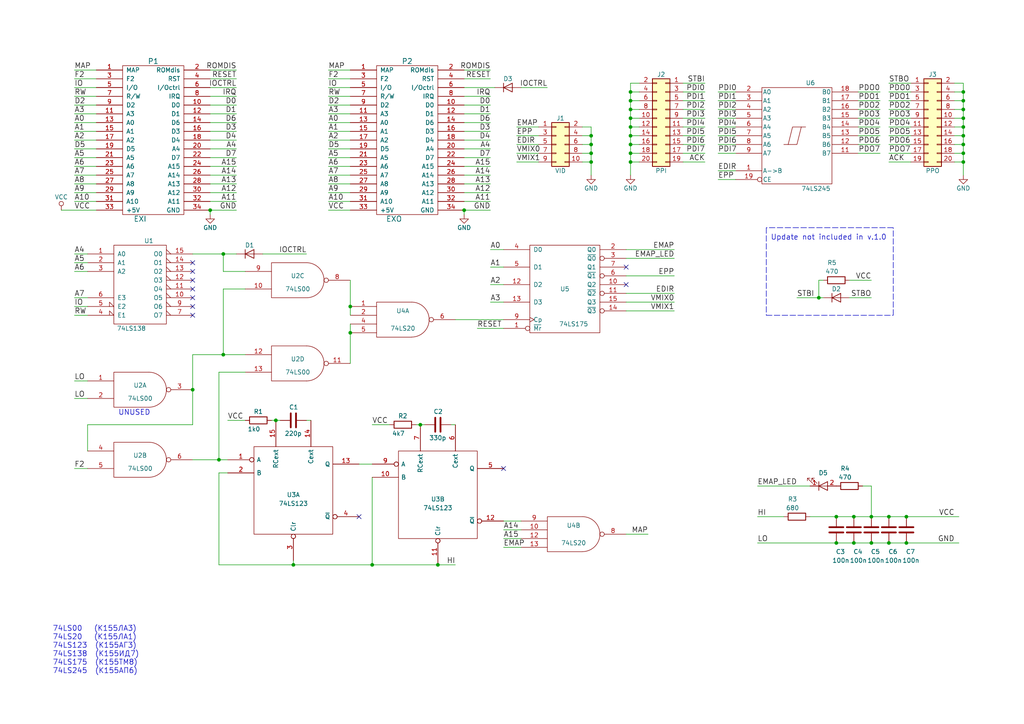
<source format=kicad_sch>
(kicad_sch (version 20210126) (generator eeschema)
  (paper "A4")
  (title_block (title "OricExos expansion board") (date "2018-11-30") (rev "1.1") (company "copyright © 2018 iss"))
  (lib_symbols
    (symbol "expansion-rescue:74LS00" (pin_names (offset 0.762))
      (property "Reference" "U" (at 0 1.27 0))
      (property "Value" "74LS00" (at 0 -2.54 0))
      (symbol "74LS00_0_0"
        (pin power_in line (at -5.08 5.08 270) (length 0) hide (name "VCC") (number "14"))
        (pin power_in line (at -5.08 -5.08 90) (length 0) hide (name "GND") (number "7"))
      )
      (symbol "74LS00_1_1"
        (pin input line (at -15.24 2.54 0) (length 7.62) (name "~") (number "1"))
        (pin input line (at -15.24 -2.54 0) (length 7.62) (name "~") (number "2"))
        (pin output inverted (at 15.24 0 180) (length 7.62) (name "~") (number "3"))
      )
      (symbol "74LS00_1_2"
        (pin input inverted (at -15.24 2.54 0) (length 9.398) (name "~") (number "1"))
        (pin input inverted (at -15.24 -2.54 0) (length 9.398) (name "~") (number "2"))
        (pin output line (at 15.24 0 180) (length 7.62) (name "~") (number "3"))
      )
      (symbol "74LS00_2_1"
        (pin input line (at -15.24 2.54 0) (length 7.62) (name "~") (number "4"))
        (pin input line (at -15.24 -2.54 0) (length 7.62) (name "~") (number "5"))
        (pin output inverted (at 15.24 0 180) (length 7.62) (name "~") (number "6"))
      )
      (symbol "74LS00_2_2"
        (pin input inverted (at -15.24 2.54 0) (length 9.398) (name "~") (number "4"))
        (pin input inverted (at -15.24 -2.54 0) (length 9.398) (name "~") (number "5"))
        (pin output line (at 15.24 0 180) (length 7.62) (name "~") (number "6"))
      )
      (symbol "74LS00_3_1"
        (pin input line (at -15.24 -2.54 0) (length 7.62) (name "~") (number "10"))
        (pin output inverted (at 15.24 0 180) (length 7.62) (name "~") (number "8"))
        (pin input line (at -15.24 2.54 0) (length 7.62) (name "~") (number "9"))
      )
      (symbol "74LS00_3_2"
        (pin input inverted (at -15.24 -2.54 0) (length 9.398) (name "~") (number "10"))
        (pin output line (at 15.24 0 180) (length 7.62) (name "~") (number "8"))
        (pin input inverted (at -15.24 2.54 0) (length 9.398) (name "~") (number "9"))
      )
      (symbol "74LS00_4_1"
        (pin output inverted (at 15.24 0 180) (length 7.62) (name "~") (number "11"))
        (pin input line (at -15.24 2.54 0) (length 7.62) (name "~") (number "12"))
        (pin input line (at -15.24 -2.54 0) (length 7.62) (name "~") (number "13"))
      )
      (symbol "74LS00_4_2"
        (pin output line (at 15.24 0 180) (length 7.62) (name "~") (number "11"))
        (pin input inverted (at -15.24 2.54 0) (length 9.398) (name "~") (number "12"))
        (pin input inverted (at -15.24 -2.54 0) (length 9.398) (name "~") (number "13"))
      )
    )
    (symbol "expansion-rescue:74LS123" (pin_names (offset 0.762))
      (property "Reference" "U" (at 0 -1.27 0))
      (property "Value" "74LS123" (at 0 -3.81 0))
      (symbol "74LS123_0_0"
        (pin power_in line (at -8.89 12.7 270) (length 0) hide (name "VCC") (number "16"))
        (pin power_in line (at -8.89 -12.7 90) (length 0) hide (name "GND") (number "8"))
      )
      (symbol "74LS123_1_1"
        (pin input inverted (at -19.05 8.89 0) (length 7.62) (name "A") (number "1"))
        (pin output line (at 19.05 7.62 180) (length 7.62) (name "Q") (number "13"))
        (pin input line (at 5.08 20.32 270) (length 7.62) (name "Cext") (number "14"))
        (pin input line (at -5.08 20.32 270) (length 7.62) (name "RCext") (number "15"))
        (pin input line (at -19.05 5.08 0) (length 7.62) (name "B") (number "2"))
        (pin input inverted (at 0 -20.32 90) (length 7.62) (name "Clr") (number "3"))
        (pin output inverted (at 19.05 -7.62 180) (length 7.62) (name "~Q") (number "4"))
      )
      (symbol "74LS123_2_1"
        (pin input line (at -19.05 5.08 0) (length 7.62) (name "B") (number "10"))
        (pin input inverted (at 0 -20.32 90) (length 7.62) (name "Clr") (number "11"))
        (pin output inverted (at 19.05 -7.62 180) (length 7.62) (name "~Q") (number "12"))
        (pin output line (at 19.05 7.62 180) (length 7.62) (name "Q") (number "5"))
        (pin input line (at 5.08 20.32 270) (length 7.62) (name "Cext") (number "6"))
        (pin input line (at -5.08 20.32 270) (length 7.62) (name "RCext") (number "7"))
        (pin input inverted (at -19.05 8.89 0) (length 7.62) (name "A") (number "9"))
      )
    )
    (symbol "expansion-rescue:74LS138" (pin_names (offset 1.016))
      (property "Reference" "U" (at 2.54 12.7 0))
      (property "Value" "74LS138" (at 3.81 -13.9446 0))
      (symbol "74LS138_1_1"
        (pin input line (at -15.24 8.89 0) (length 7.62) (name "A0") (number "1"))
        (pin output output_low (at 15.24 -3.81 180) (length 7.62) (name "O5") (number "10"))
        (pin output output_low (at 15.24 -1.27 180) (length 7.62) (name "O4") (number "11"))
        (pin output output_low (at 15.24 1.27 180) (length 7.62) (name "O3") (number "12"))
        (pin output output_low (at 15.24 3.81 180) (length 7.62) (name "O2") (number "13"))
        (pin output output_low (at 15.24 6.35 180) (length 7.62) (name "O1") (number "14"))
        (pin output output_low (at 15.24 8.89 180) (length 7.62) (name "O0") (number "15"))
        (pin power_in line (at 0 11.43 270) (length 0) hide (name "VCC") (number "16"))
        (pin input line (at -15.24 6.35 0) (length 7.62) (name "A1") (number "2"))
        (pin input line (at -15.24 3.81 0) (length 7.62) (name "A2") (number "3"))
        (pin input input_low (at -15.24 -8.89 0) (length 7.62) (name "E1") (number "4"))
        (pin input input_low (at -15.24 -6.35 0) (length 7.62) (name "E2") (number "5"))
        (pin input line (at -15.24 -3.81 0) (length 7.62) (name "E3") (number "6"))
        (pin output output_low (at 15.24 -8.89 180) (length 7.62) (name "O7") (number "7"))
        (pin power_in line (at 0 -11.43 90) (length 0) hide (name "GND") (number "8"))
        (pin output output_low (at 15.24 -6.35 180) (length 7.62) (name "O6") (number "9"))
      )
    )
    (symbol "expansion-rescue:74LS175" (pin_names (offset 1.016))
      (property "Reference" "U" (at 0 0 0))
      (property "Value" "74LS175" (at 2.54 -10.16 0))
      (symbol "74LS175_0_0"
        (pin power_in line (at -7.62 12.7 270) (length 0) hide (name "VCC") (number "16"))
        (pin power_in line (at -7.62 -12.7 90) (length 0) hide (name "GND") (number "8"))
      )
      (symbol "74LS175_1_1"
        (pin input inverted (at -17.78 -11.43 0) (length 7.62) (name "~Mr") (number "1"))
        (pin output line (at 17.78 1.27 180) (length 7.62) (name "Q2") (number "10"))
        (pin output inverted (at 17.78 -1.27 180) (length 7.62) (name "~Q2") (number "11"))
        (pin input line (at -17.78 1.27 0) (length 7.62) (name "D2") (number "12"))
        (pin input line (at -17.78 -3.81 0) (length 7.62) (name "D3") (number "13"))
        (pin output inverted (at 17.78 -6.35 180) (length 7.62) (name "~Q3") (number "14"))
        (pin output line (at 17.78 -3.81 180) (length 7.62) (name "Q3") (number "15"))
        (pin output line (at 17.78 11.43 180) (length 7.62) (name "Q0") (number "2"))
        (pin output inverted (at 17.78 8.89 180) (length 7.62) (name "~Q0") (number "3"))
        (pin input line (at -17.78 11.43 0) (length 7.62) (name "D0") (number "4"))
        (pin input line (at -17.78 6.35 0) (length 7.62) (name "D1") (number "5"))
        (pin output inverted (at 17.78 3.81 180) (length 7.62) (name "~Q1") (number "6"))
        (pin output line (at 17.78 6.35 180) (length 7.62) (name "Q1") (number "7"))
        (pin input clock (at -17.78 -8.89 0) (length 7.62) (name "Cp") (number "9"))
      )
    )
    (symbol "expansion-rescue:74LS20" (pin_names (offset 0.762))
      (property "Reference" "U" (at 0 2.54 0))
      (property "Value" "74LS20" (at 0 -2.54 0))
      (symbol "74LS20_0_0"
        (pin power_in line (at -5.08 5.08 90) (length 0) hide (name "VCC") (number "14"))
        (pin power_in line (at -5.08 -5.08 90) (length 0) hide (name "GND") (number "7"))
      )
      (symbol "74LS20_1_1"
        (pin input line (at -15.24 3.81 0) (length 7.62) (name "~") (number "1"))
        (pin input line (at -15.24 1.27 0) (length 7.62) (name "~") (number "2"))
        (pin input line (at -15.24 -1.27 0) (length 7.62) (name "~") (number "4"))
        (pin input line (at -15.24 -3.81 0) (length 7.62) (name "~") (number "5"))
        (pin output inverted (at 15.24 0 180) (length 7.62) (name "~") (number "6"))
      )
      (symbol "74LS20_1_2"
        (pin input inverted (at -15.24 3.81 0) (length 8.509) (name "~") (number "1"))
        (pin input inverted (at -15.24 1.27 0) (length 9.779) (name "~") (number "2"))
        (pin output inverted (at -15.24 -1.27 0) (length 9.779) (name "~") (number "4"))
        (pin input inverted (at -15.24 -3.81 0) (length 8.509) (name "~") (number "5"))
        (pin output line (at 15.24 0 180) (length 7.62) (name "~") (number "6"))
      )
      (symbol "74LS20_2_1"
        (pin input line (at -15.24 1.27 0) (length 7.62) (name "~") (number "10"))
        (pin input line (at -15.24 -1.27 0) (length 7.62) (name "~") (number "12"))
        (pin input line (at -15.24 -3.81 0) (length 7.62) (name "~") (number "13"))
        (pin output inverted (at 15.24 0 180) (length 7.62) (name "~") (number "8"))
        (pin input line (at -15.24 3.81 0) (length 7.62) (name "~") (number "9"))
      )
      (symbol "74LS20_2_2"
        (pin input inverted (at -15.24 -3.81 0) (length 8.509) (name "~") (number "10"))
        (pin input inverted (at -15.24 1.27 0) (length 9.779) (name "~") (number "12"))
        (pin input inverted (at -15.24 -1.27 0) (length 9.779) (name "~") (number "13"))
        (pin output line (at 15.24 0 180) (length 7.62) (name "~") (number "8"))
        (pin input inverted (at -15.24 3.81 0) (length 8.509) (name "~") (number "9"))
      )
    )
    (symbol "expansion-rescue:74LS245" (pin_names (offset 0.254))
      (property "Reference" "U" (at 2.54 14.605 0))
      (property "Value" "74LS245" (at 1.27 -14.605 0))
      (symbol "74LS245_0_0"
        (pin power_in line (at 0 -13.97 90) (length 0) hide (name "GND") (number "10"))
        (pin power_in line (at 0 13.97 270) (length 0) hide (name "VCC") (number "20"))
      )
      (symbol "74LS245_1_1"
        (pin input line (at -17.78 -10.16 0) (length 7.62) (name "A->B") (number "1"))
        (pin tri_state line (at 17.78 -5.08 180) (length 7.62) (name "B7") (number "11"))
        (pin tri_state line (at 17.78 -2.54 180) (length 7.62) (name "B6") (number "12"))
        (pin tri_state line (at 17.78 0 180) (length 7.62) (name "B5") (number "13"))
        (pin tri_state line (at 17.78 2.54 180) (length 7.62) (name "B4") (number "14"))
        (pin tri_state line (at 17.78 5.08 180) (length 7.62) (name "B3") (number "15"))
        (pin tri_state line (at 17.78 7.62 180) (length 7.62) (name "B2") (number "16"))
        (pin tri_state line (at 17.78 10.16 180) (length 7.62) (name "B1") (number "17"))
        (pin tri_state line (at 17.78 12.7 180) (length 7.62) (name "B0") (number "18"))
        (pin input inverted (at -17.78 -12.7 0) (length 7.62) (name "CE") (number "19"))
        (pin tri_state line (at -17.78 12.7 0) (length 7.62) (name "A0") (number "2"))
        (pin tri_state line (at -17.78 10.16 0) (length 7.62) (name "A1") (number "3"))
        (pin tri_state line (at -17.78 7.62 0) (length 7.62) (name "A2") (number "4"))
        (pin tri_state line (at -17.78 5.08 0) (length 7.62) (name "A3") (number "5"))
        (pin tri_state line (at -17.78 2.54 0) (length 7.62) (name "A4") (number "6"))
        (pin tri_state line (at -17.78 0 0) (length 7.62) (name "A5") (number "7"))
        (pin tri_state line (at -17.78 -2.54 0) (length 7.62) (name "A6") (number "8"))
        (pin tri_state line (at -17.78 -5.08 0) (length 7.62) (name "A7") (number "9"))
      )
    )
    (symbol "expansion-rescue:C" (pin_numbers hide) (pin_names (offset 0.254))
      (property "Reference" "C" (at 0.635 2.54 0))
      (property "Value" "C" (at 0.635 -2.54 0))
      (symbol "C_1_1"
        (pin passive line (at 0 3.81 270) (length 2.794) (name "~") (number "1"))
        (pin passive line (at 0 -3.81 90) (length 2.794) (name "~") (number "2"))
      )
    )
    (symbol "expansion-rescue:Conn_02x05_Odd_Even" (pin_names (offset 1.016) hide)
      (property "Reference" "J" (at 1.27 7.62 0))
      (property "Value" "Conn_02x05_Odd_Even" (at 1.27 -7.62 0))
      (symbol "Conn_02x05_Odd_Even_1_1"
        (pin passive line (at -5.08 5.08 0) (length 3.81) (name "Pin_1") (number "1"))
        (pin passive line (at 7.62 -5.08 180) (length 3.81) (name "Pin_10") (number "10"))
        (pin passive line (at 7.62 5.08 180) (length 3.81) (name "Pin_2") (number "2"))
        (pin passive line (at -5.08 2.54 0) (length 3.81) (name "Pin_3") (number "3"))
        (pin passive line (at 7.62 2.54 180) (length 3.81) (name "Pin_4") (number "4"))
        (pin passive line (at -5.08 0 0) (length 3.81) (name "Pin_5") (number "5"))
        (pin passive line (at 7.62 0 180) (length 3.81) (name "Pin_6") (number "6"))
        (pin passive line (at -5.08 -2.54 0) (length 3.81) (name "Pin_7") (number "7"))
        (pin passive line (at 7.62 -2.54 180) (length 3.81) (name "Pin_8") (number "8"))
        (pin passive line (at -5.08 -5.08 0) (length 3.81) (name "Pin_9") (number "9"))
      )
    )
    (symbol "expansion-rescue:Conn_02x10_Odd_Even" (pin_names (offset 1.016) hide)
      (property "Reference" "J" (at 1.27 12.7 0))
      (property "Value" "Conn_02x10_Odd_Even" (at 1.27 -15.24 0))
      (symbol "Conn_02x10_Odd_Even_1_1"
        (pin passive line (at -5.08 10.16 0) (length 3.81) (name "Pin_1") (number "1"))
        (pin passive line (at 7.62 0 180) (length 3.81) (name "Pin_10") (number "10"))
        (pin passive line (at -5.08 -2.54 0) (length 3.81) (name "Pin_11") (number "11"))
        (pin passive line (at 7.62 -2.54 180) (length 3.81) (name "Pin_12") (number "12"))
        (pin passive line (at -5.08 -5.08 0) (length 3.81) (name "Pin_13") (number "13"))
        (pin passive line (at 7.62 -5.08 180) (length 3.81) (name "Pin_14") (number "14"))
        (pin passive line (at -5.08 -7.62 0) (length 3.81) (name "Pin_15") (number "15"))
        (pin passive line (at 7.62 -7.62 180) (length 3.81) (name "Pin_16") (number "16"))
        (pin passive line (at -5.08 -10.16 0) (length 3.81) (name "Pin_17") (number "17"))
        (pin passive line (at 7.62 -10.16 180) (length 3.81) (name "Pin_18") (number "18"))
        (pin passive line (at -5.08 -12.7 0) (length 3.81) (name "Pin_19") (number "19"))
        (pin passive line (at 7.62 10.16 180) (length 3.81) (name "Pin_2") (number "2"))
        (pin passive line (at 7.62 -12.7 180) (length 3.81) (name "Pin_20") (number "20"))
        (pin passive line (at -5.08 7.62 0) (length 3.81) (name "Pin_3") (number "3"))
        (pin passive line (at 7.62 7.62 180) (length 3.81) (name "Pin_4") (number "4"))
        (pin passive line (at -5.08 5.08 0) (length 3.81) (name "Pin_5") (number "5"))
        (pin passive line (at 7.62 5.08 180) (length 3.81) (name "Pin_6") (number "6"))
        (pin passive line (at -5.08 2.54 0) (length 3.81) (name "Pin_7") (number "7"))
        (pin passive line (at 7.62 2.54 180) (length 3.81) (name "Pin_8") (number "8"))
        (pin passive line (at -5.08 0 0) (length 3.81) (name "Pin_9") (number "9"))
      )
    )
    (symbol "expansion-rescue:D" (pin_numbers hide) (pin_names (offset 1.016) hide)
      (property "Reference" "D" (at 0 2.54 0))
      (property "Value" "D" (at 0 -2.54 0))
      (symbol "D_1_1"
        (pin passive line (at -3.81 0 0) (length 2.54) (name "K") (number "1"))
        (pin passive line (at 3.81 0 180) (length 2.54) (name "A") (number "2"))
      )
    )
    (symbol "expansion-rescue:GND" (power) (pin_names (offset 0))
      (property "Value" "GND" (at 0 -3.81 0))
      (symbol "GND_1_1"
        (pin power_in line (at 0 0 270) (length 0) hide (name "GND") (number "1"))
      )
    )
    (symbol "expansion-rescue:LED" (pin_names (offset 1.016) hide)
      (property "Reference" "D" (at 0 2.54 0))
      (property "Value" "LED" (at 0 -2.54 0))
      (symbol "LED_1_1"
        (pin passive line (at -3.81 0 0) (length 2.54) (name "K") (number "1"))
        (pin passive line (at 3.81 0 180) (length 2.54) (name "A") (number "2"))
      )
    )
    (symbol "expansion-rescue:ORIC_EXP" (pin_names (offset 1.016))
      (property "Reference" "P" (at 1.27 -3.81 0))
      (property "Value" "ORIC_EXP" (at 1.27 -24.13 0))
      (symbol "ORIC_EXP_1_1"
        (pin input line (at -15.24 -6.35 0) (length 7.62) (name "MAP") (number "1"))
        (pin bidirectional line (at 17.78 -16.51 180) (length 7.62) (name "D0") (number "10"))
        (pin output line (at -15.24 -19.05 0) (length 7.62) (name "A3") (number "11"))
        (pin bidirectional line (at 17.78 -19.05 180) (length 7.62) (name "D1") (number "12"))
        (pin output line (at -15.24 -21.59 0) (length 7.62) (name "A0") (number "13"))
        (pin bidirectional line (at 17.78 -21.59 180) (length 7.62) (name "D6") (number "14"))
        (pin output line (at -15.24 -24.13 0) (length 7.62) (name "A1") (number "15"))
        (pin bidirectional line (at 17.78 -24.13 180) (length 7.62) (name "D3") (number "16"))
        (pin output line (at -15.24 -26.67 0) (length 7.62) (name "A2") (number "17"))
        (pin bidirectional line (at 17.78 -26.67 180) (length 7.62) (name "D4") (number "18"))
        (pin bidirectional line (at -15.24 -29.21 0) (length 7.62) (name "D5") (number "19"))
        (pin input line (at 17.78 -6.35 180) (length 7.62) (name "ROMdis") (number "2"))
        (pin output line (at 17.78 -29.21 180) (length 7.62) (name "A4") (number "20"))
        (pin output line (at -15.24 -31.75 0) (length 7.62) (name "A5") (number "21"))
        (pin bidirectional line (at 17.78 -31.75 180) (length 7.62) (name "D7") (number "22"))
        (pin output line (at -15.24 -34.29 0) (length 7.62) (name "A6") (number "23"))
        (pin output line (at 17.78 -34.29 180) (length 7.62) (name "A15") (number "24"))
        (pin output line (at -15.24 -36.83 0) (length 7.62) (name "A7") (number "25"))
        (pin output line (at 17.78 -36.83 180) (length 7.62) (name "A14") (number "26"))
        (pin output line (at -15.24 -39.37 0) (length 7.62) (name "A8") (number "27"))
        (pin output line (at 17.78 -39.37 180) (length 7.62) (name "A13") (number "28"))
        (pin output line (at -15.24 -41.91 0) (length 7.62) (name "A9") (number "29"))
        (pin output line (at -15.24 -8.89 0) (length 7.62) (name "F2") (number "3"))
        (pin output line (at 17.78 -41.91 180) (length 7.62) (name "A12") (number "30"))
        (pin output line (at -15.24 -44.45 0) (length 7.62) (name "A10") (number "31"))
        (pin output line (at 17.78 -44.45 180) (length 7.62) (name "A11") (number "32"))
        (pin power_in line (at -15.24 -46.99 0) (length 7.62) (name "+5V") (number "33"))
        (pin power_in line (at 17.78 -46.99 180) (length 7.62) (name "GND") (number "34"))
        (pin input line (at 17.78 -8.89 180) (length 7.62) (name "RST") (number "4"))
        (pin output line (at -15.24 -11.43 0) (length 7.62) (name "I/O") (number "5"))
        (pin input line (at 17.78 -11.43 180) (length 7.62) (name "I/Octrl") (number "6"))
        (pin output line (at -15.24 -13.97 0) (length 7.62) (name "R/W") (number "7"))
        (pin input line (at 17.78 -13.97 180) (length 7.62) (name "IRQ") (number "8"))
        (pin bidirectional line (at -15.24 -16.51 0) (length 7.62) (name "D2") (number "9"))
      )
    )
    (symbol "expansion-rescue:R" (pin_numbers hide) (pin_names (offset 0))
      (property "Reference" "R" (at 2.032 0 90))
      (property "Value" "R" (at 0 0 90))
      (symbol "R_1_1"
        (pin passive line (at 0 3.81 270) (length 1.27) (name "~") (number "1"))
        (pin passive line (at 0 -3.81 90) (length 1.27) (name "~") (number "2"))
      )
    )
    (symbol "expansion-rescue:VCC" (power) (pin_names (offset 0))
      (property "Value" "VCC" (at 0 3.81 0))
      (symbol "VCC_1_1"
        (pin power_in line (at 0 0 90) (length 0) hide (name "VCC") (number "1"))
      )
    )
  )
  (junction (at 55.88 113.03) (diameter 0.9144))
  (junction (at 60.96 60.96) (diameter 0.9144))
  (junction (at 63.5 133.35) (diameter 0.9144))
  (junction (at 64.77 73.66) (diameter 0.9144))
  (junction (at 64.77 102.87) (diameter 0.9144))
  (junction (at 80.01 121.92) (diameter 0.9144))
  (junction (at 85.09 163.83) (diameter 0.9144))
  (junction (at 101.6 88.9) (diameter 0.9144))
  (junction (at 101.6 96.52) (diameter 0.9144))
  (junction (at 107.95 163.83) (diameter 0.9144))
  (junction (at 121.92 123.19) (diameter 0.9144))
  (junction (at 127 163.83) (diameter 0.9144))
  (junction (at 134.62 60.96) (diameter 0.9144))
  (junction (at 171.45 39.37) (diameter 0.9144))
  (junction (at 171.45 41.91) (diameter 0.9144))
  (junction (at 171.45 44.45) (diameter 0.9144))
  (junction (at 171.45 46.99) (diameter 0.9144))
  (junction (at 182.88 26.67) (diameter 0.9144))
  (junction (at 182.88 29.21) (diameter 0.9144))
  (junction (at 182.88 31.75) (diameter 0.9144))
  (junction (at 182.88 34.29) (diameter 0.9144))
  (junction (at 182.88 36.83) (diameter 0.9144))
  (junction (at 182.88 39.37) (diameter 0.9144))
  (junction (at 182.88 41.91) (diameter 0.9144))
  (junction (at 182.88 44.45) (diameter 0.9144))
  (junction (at 182.88 46.99) (diameter 0.9144))
  (junction (at 237.49 86.36) (diameter 0.9144))
  (junction (at 242.57 149.86) (diameter 0.9144))
  (junction (at 242.57 157.48) (diameter 0.9144))
  (junction (at 247.65 149.86) (diameter 0.9144))
  (junction (at 247.65 157.48) (diameter 0.9144))
  (junction (at 252.73 149.86) (diameter 0.9144))
  (junction (at 252.73 157.48) (diameter 0.9144))
  (junction (at 257.81 149.86) (diameter 0.9144))
  (junction (at 257.81 157.48) (diameter 0.9144))
  (junction (at 262.89 149.86) (diameter 0.9144))
  (junction (at 262.89 157.48) (diameter 0.9144))
  (junction (at 279.4 26.67) (diameter 0.9144))
  (junction (at 279.4 29.21) (diameter 0.9144))
  (junction (at 279.4 31.75) (diameter 0.9144))
  (junction (at 279.4 34.29) (diameter 0.9144))
  (junction (at 279.4 36.83) (diameter 0.9144))
  (junction (at 279.4 39.37) (diameter 0.9144))
  (junction (at 279.4 41.91) (diameter 0.9144))
  (junction (at 279.4 44.45) (diameter 0.9144))
  (junction (at 279.4 46.99) (diameter 0.9144))
  (no_connect (at 55.88 76.2))
  (no_connect (at 55.88 78.74))
  (no_connect (at 55.88 81.28))
  (no_connect (at 55.88 83.82))
  (no_connect (at 55.88 86.36))
  (no_connect (at 55.88 88.9))
  (no_connect (at 55.88 91.44))
  (no_connect (at 104.14 149.86))
  (no_connect (at 146.05 135.89))
  (no_connect (at 181.61 77.47))
  (no_connect (at 181.61 82.55))
  (wire (pts (xy 17.78 60.96) (xy 27.94 60.96)))
  (wire (pts (xy 21.59 86.36) (xy 25.4 86.36)))
  (wire (pts (xy 21.59 88.9) (xy 25.4 88.9)))
  (wire (pts (xy 21.59 91.44) (xy 25.4 91.44)))
  (wire (pts (xy 25.4 73.66) (xy 21.59 73.66)))
  (wire (pts (xy 25.4 76.2) (xy 21.59 76.2)))
  (wire (pts (xy 25.4 78.74) (xy 21.59 78.74)))
  (wire (pts (xy 25.4 110.49) (xy 21.59 110.49)))
  (wire (pts (xy 25.4 115.57) (xy 21.59 115.57)))
  (wire (pts (xy 25.4 123.19) (xy 55.88 123.19)))
  (wire (pts (xy 25.4 130.81) (xy 25.4 123.19)))
  (wire (pts (xy 25.4 135.89) (xy 21.59 135.89)))
  (wire (pts (xy 27.94 20.32) (xy 21.59 20.32)))
  (wire (pts (xy 27.94 22.86) (xy 21.59 22.86)))
  (wire (pts (xy 27.94 25.4) (xy 21.59 25.4)))
  (wire (pts (xy 27.94 27.94) (xy 21.59 27.94)))
  (wire (pts (xy 27.94 30.48) (xy 21.59 30.48)))
  (wire (pts (xy 27.94 33.02) (xy 21.59 33.02)))
  (wire (pts (xy 27.94 35.56) (xy 21.59 35.56)))
  (wire (pts (xy 27.94 38.1) (xy 21.59 38.1)))
  (wire (pts (xy 27.94 40.64) (xy 21.59 40.64)))
  (wire (pts (xy 27.94 43.18) (xy 21.59 43.18)))
  (wire (pts (xy 27.94 45.72) (xy 21.59 45.72)))
  (wire (pts (xy 27.94 48.26) (xy 21.59 48.26)))
  (wire (pts (xy 27.94 50.8) (xy 21.59 50.8)))
  (wire (pts (xy 27.94 53.34) (xy 21.59 53.34)))
  (wire (pts (xy 27.94 55.88) (xy 21.59 55.88)))
  (wire (pts (xy 27.94 58.42) (xy 21.59 58.42)))
  (wire (pts (xy 55.88 73.66) (xy 64.77 73.66)))
  (wire (pts (xy 55.88 102.87) (xy 64.77 102.87)))
  (wire (pts (xy 55.88 113.03) (xy 55.88 102.87)))
  (wire (pts (xy 55.88 123.19) (xy 55.88 113.03)))
  (wire (pts (xy 55.88 133.35) (xy 63.5 133.35)))
  (wire (pts (xy 60.96 60.96) (xy 60.96 62.23)))
  (wire (pts (xy 60.96 60.96) (xy 68.58 60.96)))
  (wire (pts (xy 63.5 107.95) (xy 63.5 133.35)))
  (wire (pts (xy 63.5 107.95) (xy 71.12 107.95)))
  (wire (pts (xy 63.5 133.35) (xy 66.04 133.35)))
  (wire (pts (xy 63.5 137.16) (xy 66.04 137.16)))
  (wire (pts (xy 63.5 163.83) (xy 63.5 137.16)))
  (wire (pts (xy 63.5 163.83) (xy 85.09 163.83)))
  (wire (pts (xy 64.77 73.66) (xy 68.58 73.66)))
  (wire (pts (xy 64.77 78.74) (xy 64.77 73.66)))
  (wire (pts (xy 64.77 83.82) (xy 64.77 102.87)))
  (wire (pts (xy 64.77 102.87) (xy 71.12 102.87)))
  (wire (pts (xy 68.58 20.32) (xy 60.96 20.32)))
  (wire (pts (xy 68.58 22.86) (xy 60.96 22.86)))
  (wire (pts (xy 68.58 25.4) (xy 60.96 25.4)))
  (wire (pts (xy 68.58 27.94) (xy 60.96 27.94)))
  (wire (pts (xy 68.58 30.48) (xy 60.96 30.48)))
  (wire (pts (xy 68.58 33.02) (xy 60.96 33.02)))
  (wire (pts (xy 68.58 35.56) (xy 60.96 35.56)))
  (wire (pts (xy 68.58 38.1) (xy 60.96 38.1)))
  (wire (pts (xy 68.58 40.64) (xy 60.96 40.64)))
  (wire (pts (xy 68.58 43.18) (xy 60.96 43.18)))
  (wire (pts (xy 68.58 45.72) (xy 60.96 45.72)))
  (wire (pts (xy 68.58 48.26) (xy 60.96 48.26)))
  (wire (pts (xy 68.58 50.8) (xy 60.96 50.8)))
  (wire (pts (xy 68.58 53.34) (xy 60.96 53.34)))
  (wire (pts (xy 68.58 55.88) (xy 60.96 55.88)))
  (wire (pts (xy 68.58 58.42) (xy 60.96 58.42)))
  (wire (pts (xy 71.12 78.74) (xy 64.77 78.74)))
  (wire (pts (xy 71.12 83.82) (xy 64.77 83.82)))
  (wire (pts (xy 71.12 121.92) (xy 66.04 121.92)))
  (wire (pts (xy 76.2 73.66) (xy 88.9 73.66)))
  (wire (pts (xy 78.74 121.92) (xy 80.01 121.92)))
  (wire (pts (xy 80.01 121.92) (xy 81.28 121.92)))
  (wire (pts (xy 85.09 162.56) (xy 85.09 163.83)))
  (wire (pts (xy 85.09 163.83) (xy 107.95 163.83)))
  (wire (pts (xy 88.9 121.92) (xy 90.17 121.92)))
  (wire (pts (xy 95.25 60.96) (xy 101.6 60.96)))
  (wire (pts (xy 101.6 20.32) (xy 95.25 20.32)))
  (wire (pts (xy 101.6 22.86) (xy 95.25 22.86)))
  (wire (pts (xy 101.6 25.4) (xy 95.25 25.4)))
  (wire (pts (xy 101.6 27.94) (xy 95.25 27.94)))
  (wire (pts (xy 101.6 30.48) (xy 95.25 30.48)))
  (wire (pts (xy 101.6 33.02) (xy 95.25 33.02)))
  (wire (pts (xy 101.6 35.56) (xy 95.25 35.56)))
  (wire (pts (xy 101.6 38.1) (xy 95.25 38.1)))
  (wire (pts (xy 101.6 40.64) (xy 95.25 40.64)))
  (wire (pts (xy 101.6 43.18) (xy 95.25 43.18)))
  (wire (pts (xy 101.6 45.72) (xy 95.25 45.72)))
  (wire (pts (xy 101.6 48.26) (xy 95.25 48.26)))
  (wire (pts (xy 101.6 50.8) (xy 95.25 50.8)))
  (wire (pts (xy 101.6 53.34) (xy 95.25 53.34)))
  (wire (pts (xy 101.6 55.88) (xy 95.25 55.88)))
  (wire (pts (xy 101.6 58.42) (xy 95.25 58.42)))
  (wire (pts (xy 101.6 81.28) (xy 101.6 88.9)))
  (wire (pts (xy 101.6 88.9) (xy 101.6 91.44)))
  (wire (pts (xy 101.6 93.98) (xy 101.6 96.52)))
  (wire (pts (xy 101.6 96.52) (xy 101.6 105.41)))
  (wire (pts (xy 104.14 134.62) (xy 107.95 134.62)))
  (wire (pts (xy 107.95 138.43) (xy 107.95 163.83)))
  (wire (pts (xy 107.95 163.83) (xy 127 163.83)))
  (wire (pts (xy 113.03 123.19) (xy 107.95 123.19)))
  (wire (pts (xy 120.65 123.19) (xy 121.92 123.19)))
  (wire (pts (xy 121.92 123.19) (xy 123.19 123.19)))
  (wire (pts (xy 127 163.83) (xy 132.08 163.83)))
  (wire (pts (xy 130.81 123.19) (xy 132.08 123.19)))
  (wire (pts (xy 132.08 92.71) (xy 146.05 92.71)))
  (wire (pts (xy 134.62 25.4) (xy 143.51 25.4)))
  (wire (pts (xy 134.62 60.96) (xy 134.62 62.23)))
  (wire (pts (xy 134.62 60.96) (xy 142.24 60.96)))
  (wire (pts (xy 138.43 95.25) (xy 146.05 95.25)))
  (wire (pts (xy 142.24 20.32) (xy 134.62 20.32)))
  (wire (pts (xy 142.24 22.86) (xy 134.62 22.86)))
  (wire (pts (xy 142.24 27.94) (xy 134.62 27.94)))
  (wire (pts (xy 142.24 30.48) (xy 134.62 30.48)))
  (wire (pts (xy 142.24 33.02) (xy 134.62 33.02)))
  (wire (pts (xy 142.24 35.56) (xy 134.62 35.56)))
  (wire (pts (xy 142.24 38.1) (xy 134.62 38.1)))
  (wire (pts (xy 142.24 40.64) (xy 134.62 40.64)))
  (wire (pts (xy 142.24 43.18) (xy 134.62 43.18)))
  (wire (pts (xy 142.24 45.72) (xy 134.62 45.72)))
  (wire (pts (xy 142.24 48.26) (xy 134.62 48.26)))
  (wire (pts (xy 142.24 50.8) (xy 134.62 50.8)))
  (wire (pts (xy 142.24 53.34) (xy 134.62 53.34)))
  (wire (pts (xy 142.24 55.88) (xy 134.62 55.88)))
  (wire (pts (xy 142.24 58.42) (xy 134.62 58.42)))
  (wire (pts (xy 142.24 72.39) (xy 146.05 72.39)))
  (wire (pts (xy 142.24 77.47) (xy 146.05 77.47)))
  (wire (pts (xy 142.24 82.55) (xy 146.05 82.55)))
  (wire (pts (xy 142.24 87.63) (xy 146.05 87.63)))
  (wire (pts (xy 146.05 151.13) (xy 151.13 151.13)))
  (wire (pts (xy 151.13 153.67) (xy 146.05 153.67)))
  (wire (pts (xy 151.13 156.21) (xy 146.05 156.21)))
  (wire (pts (xy 151.13 158.75) (xy 146.05 158.75)))
  (wire (pts (xy 156.21 36.83) (xy 149.86 36.83)))
  (wire (pts (xy 156.21 39.37) (xy 149.86 39.37)))
  (wire (pts (xy 156.21 41.91) (xy 149.86 41.91)))
  (wire (pts (xy 156.21 44.45) (xy 149.86 44.45)))
  (wire (pts (xy 156.21 46.99) (xy 149.86 46.99)))
  (wire (pts (xy 158.75 25.4) (xy 151.13 25.4)))
  (wire (pts (xy 168.91 36.83) (xy 171.45 36.83)))
  (wire (pts (xy 168.91 39.37) (xy 171.45 39.37)))
  (wire (pts (xy 168.91 41.91) (xy 171.45 41.91)))
  (wire (pts (xy 168.91 44.45) (xy 171.45 44.45)))
  (wire (pts (xy 168.91 46.99) (xy 171.45 46.99)))
  (wire (pts (xy 171.45 36.83) (xy 171.45 39.37)))
  (wire (pts (xy 171.45 39.37) (xy 171.45 41.91)))
  (wire (pts (xy 171.45 41.91) (xy 171.45 44.45)))
  (wire (pts (xy 171.45 44.45) (xy 171.45 46.99)))
  (wire (pts (xy 171.45 46.99) (xy 171.45 50.8)))
  (wire (pts (xy 181.61 72.39) (xy 195.58 72.39)))
  (wire (pts (xy 181.61 74.93) (xy 195.58 74.93)))
  (wire (pts (xy 181.61 80.01) (xy 195.58 80.01)))
  (wire (pts (xy 181.61 85.09) (xy 195.58 85.09)))
  (wire (pts (xy 181.61 87.63) (xy 195.58 87.63)))
  (wire (pts (xy 181.61 90.17) (xy 195.58 90.17)))
  (wire (pts (xy 181.61 154.94) (xy 187.96 154.94)))
  (wire (pts (xy 182.88 24.13) (xy 182.88 26.67)))
  (wire (pts (xy 182.88 26.67) (xy 182.88 29.21)))
  (wire (pts (xy 182.88 29.21) (xy 182.88 31.75)))
  (wire (pts (xy 182.88 31.75) (xy 182.88 34.29)))
  (wire (pts (xy 182.88 34.29) (xy 182.88 36.83)))
  (wire (pts (xy 182.88 36.83) (xy 182.88 39.37)))
  (wire (pts (xy 182.88 39.37) (xy 182.88 41.91)))
  (wire (pts (xy 182.88 41.91) (xy 182.88 44.45)))
  (wire (pts (xy 182.88 44.45) (xy 182.88 46.99)))
  (wire (pts (xy 182.88 46.99) (xy 182.88 50.8)))
  (wire (pts (xy 185.42 24.13) (xy 182.88 24.13)))
  (wire (pts (xy 185.42 26.67) (xy 182.88 26.67)))
  (wire (pts (xy 185.42 29.21) (xy 182.88 29.21)))
  (wire (pts (xy 185.42 31.75) (xy 182.88 31.75)))
  (wire (pts (xy 185.42 34.29) (xy 182.88 34.29)))
  (wire (pts (xy 185.42 36.83) (xy 182.88 36.83)))
  (wire (pts (xy 185.42 39.37) (xy 182.88 39.37)))
  (wire (pts (xy 185.42 41.91) (xy 182.88 41.91)))
  (wire (pts (xy 185.42 44.45) (xy 182.88 44.45)))
  (wire (pts (xy 185.42 46.99) (xy 182.88 46.99)))
  (wire (pts (xy 198.12 24.13) (xy 204.47 24.13)))
  (wire (pts (xy 198.12 46.99) (xy 204.47 46.99)))
  (wire (pts (xy 204.47 26.67) (xy 198.12 26.67)))
  (wire (pts (xy 204.47 29.21) (xy 198.12 29.21)))
  (wire (pts (xy 204.47 31.75) (xy 198.12 31.75)))
  (wire (pts (xy 204.47 34.29) (xy 198.12 34.29)))
  (wire (pts (xy 204.47 36.83) (xy 198.12 36.83)))
  (wire (pts (xy 204.47 39.37) (xy 198.12 39.37)))
  (wire (pts (xy 204.47 41.91) (xy 198.12 41.91)))
  (wire (pts (xy 204.47 44.45) (xy 198.12 44.45)))
  (wire (pts (xy 208.28 26.67) (xy 213.36 26.67)))
  (wire (pts (xy 208.28 29.21) (xy 213.36 29.21)))
  (wire (pts (xy 208.28 31.75) (xy 213.36 31.75)))
  (wire (pts (xy 208.28 34.29) (xy 213.36 34.29)))
  (wire (pts (xy 208.28 36.83) (xy 213.36 36.83)))
  (wire (pts (xy 208.28 39.37) (xy 213.36 39.37)))
  (wire (pts (xy 208.28 41.91) (xy 213.36 41.91)))
  (wire (pts (xy 208.28 44.45) (xy 213.36 44.45)))
  (wire (pts (xy 208.28 49.53) (xy 213.36 49.53)))
  (wire (pts (xy 213.36 52.07) (xy 208.28 52.07)))
  (wire (pts (xy 219.71 157.48) (xy 242.57 157.48)))
  (wire (pts (xy 227.33 149.86) (xy 219.71 149.86)))
  (wire (pts (xy 234.95 140.97) (xy 219.71 140.97)))
  (wire (pts (xy 234.95 149.86) (xy 242.57 149.86)))
  (wire (pts (xy 237.49 81.28) (xy 237.49 86.36)))
  (wire (pts (xy 237.49 86.36) (xy 231.14 86.36)))
  (wire (pts (xy 238.76 81.28) (xy 237.49 81.28)))
  (wire (pts (xy 238.76 86.36) (xy 237.49 86.36)))
  (wire (pts (xy 242.57 149.86) (xy 247.65 149.86)))
  (wire (pts (xy 242.57 157.48) (xy 247.65 157.48)))
  (wire (pts (xy 246.38 81.28) (xy 252.73 81.28)))
  (wire (pts (xy 246.38 86.36) (xy 252.73 86.36)))
  (wire (pts (xy 247.65 149.86) (xy 252.73 149.86)))
  (wire (pts (xy 247.65 157.48) (xy 252.73 157.48)))
  (wire (pts (xy 248.92 26.67) (xy 255.27 26.67)))
  (wire (pts (xy 248.92 29.21) (xy 255.27 29.21)))
  (wire (pts (xy 248.92 31.75) (xy 255.27 31.75)))
  (wire (pts (xy 248.92 34.29) (xy 255.27 34.29)))
  (wire (pts (xy 248.92 36.83) (xy 255.27 36.83)))
  (wire (pts (xy 248.92 39.37) (xy 255.27 39.37)))
  (wire (pts (xy 248.92 41.91) (xy 255.27 41.91)))
  (wire (pts (xy 248.92 44.45) (xy 255.27 44.45)))
  (wire (pts (xy 250.19 140.97) (xy 252.73 140.97)))
  (wire (pts (xy 252.73 140.97) (xy 252.73 149.86)))
  (wire (pts (xy 252.73 149.86) (xy 257.81 149.86)))
  (wire (pts (xy 252.73 157.48) (xy 257.81 157.48)))
  (wire (pts (xy 257.81 149.86) (xy 262.89 149.86)))
  (wire (pts (xy 257.81 157.48) (xy 262.89 157.48)))
  (wire (pts (xy 262.89 149.86) (xy 278.13 149.86)))
  (wire (pts (xy 262.89 157.48) (xy 278.13 157.48)))
  (wire (pts (xy 264.16 24.13) (xy 257.81 24.13)))
  (wire (pts (xy 264.16 26.67) (xy 257.81 26.67)))
  (wire (pts (xy 264.16 29.21) (xy 257.81 29.21)))
  (wire (pts (xy 264.16 31.75) (xy 257.81 31.75)))
  (wire (pts (xy 264.16 34.29) (xy 257.81 34.29)))
  (wire (pts (xy 264.16 36.83) (xy 257.81 36.83)))
  (wire (pts (xy 264.16 39.37) (xy 257.81 39.37)))
  (wire (pts (xy 264.16 41.91) (xy 257.81 41.91)))
  (wire (pts (xy 264.16 44.45) (xy 257.81 44.45)))
  (wire (pts (xy 264.16 46.99) (xy 257.81 46.99)))
  (wire (pts (xy 276.86 24.13) (xy 279.4 24.13)))
  (wire (pts (xy 276.86 26.67) (xy 279.4 26.67)))
  (wire (pts (xy 276.86 29.21) (xy 279.4 29.21)))
  (wire (pts (xy 276.86 31.75) (xy 279.4 31.75)))
  (wire (pts (xy 276.86 34.29) (xy 279.4 34.29)))
  (wire (pts (xy 276.86 36.83) (xy 279.4 36.83)))
  (wire (pts (xy 276.86 39.37) (xy 279.4 39.37)))
  (wire (pts (xy 276.86 41.91) (xy 279.4 41.91)))
  (wire (pts (xy 276.86 44.45) (xy 279.4 44.45)))
  (wire (pts (xy 276.86 46.99) (xy 279.4 46.99)))
  (wire (pts (xy 279.4 24.13) (xy 279.4 26.67)))
  (wire (pts (xy 279.4 26.67) (xy 279.4 29.21)))
  (wire (pts (xy 279.4 29.21) (xy 279.4 31.75)))
  (wire (pts (xy 279.4 31.75) (xy 279.4 34.29)))
  (wire (pts (xy 279.4 34.29) (xy 279.4 36.83)))
  (wire (pts (xy 279.4 36.83) (xy 279.4 39.37)))
  (wire (pts (xy 279.4 39.37) (xy 279.4 41.91)))
  (wire (pts (xy 279.4 41.91) (xy 279.4 44.45)))
  (wire (pts (xy 279.4 44.45) (xy 279.4 46.99)))
  (wire (pts (xy 279.4 46.99) (xy 279.4 50.8)))
  (polyline (pts (xy 222.25 66.04) (xy 222.25 91.44)) (stroke (width 0) (type dash)))
  (polyline (pts (xy 222.25 91.44) (xy 259.08 91.44)) (stroke (width 0) (type dash)))
  (polyline (pts (xy 259.08 66.04) (xy 222.25 66.04)) (stroke (width 0) (type dash)))
  (polyline (pts (xy 259.08 91.44) (xy 259.08 66.04)) (stroke (width 0) (type dash)))
  (text "74LS00   (К155ЛА3)\n74LS20   (К155ЛА1)\n74LS123  (К155АГ3)\n74LS138  (К155ИД7)\n74LS175  (К155ТМ8)\n74LS245  (К155АП6)" (at 15.24 195.58 0) (effects (font (size 1.524 1.524)) (justify left bottom)))
  (text "UNUSED" (at 34.29 120.65 0) (effects (font (size 1.524 1.524)) (justify left bottom)))
  (text "Update not included in v.1.0" (at 223.52 69.85 0) (effects (font (size 1.524 1.524)) (justify left bottom)))
  (label "MAP" (at 21.59 20.32 0) (effects (font (size 1.524 1.524))))
  (label "F2" (at 21.59 22.86 0) (effects (font (size 1.524 1.524))))
  (label "IO" (at 21.59 25.4 0) (effects (font (size 1.524 1.524))))
  (label "RW" (at 21.59 27.94 0) (effects (font (size 1.524 1.524))))
  (label "D2" (at 21.59 30.48 0) (effects (font (size 1.524 1.524))))
  (label "A3" (at 21.59 33.02 0) (effects (font (size 1.524 1.524))))
  (label "A0" (at 21.59 35.56 0) (effects (font (size 1.524 1.524))))
  (label "A1" (at 21.59 38.1 0) (effects (font (size 1.524 1.524))))
  (label "A2" (at 21.59 40.64 0) (effects (font (size 1.524 1.524))))
  (label "D5" (at 21.59 43.18 0) (effects (font (size 1.524 1.524))))
  (label "A5" (at 21.59 45.72 0) (effects (font (size 1.524 1.524))))
  (label "A6" (at 21.59 48.26 0) (effects (font (size 1.524 1.524))))
  (label "A7" (at 21.59 50.8 0) (effects (font (size 1.524 1.524))))
  (label "A8" (at 21.59 53.34 0) (effects (font (size 1.524 1.524))))
  (label "A9" (at 21.59 55.88 0) (effects (font (size 1.524 1.524))))
  (label "A10" (at 21.59 58.42 0) (effects (font (size 1.524 1.524))))
  (label "VCC" (at 21.59 60.96 0) (effects (font (size 1.524 1.524))))
  (label "A4" (at 21.59 73.66 0) (effects (font (size 1.524 1.524))))
  (label "A5" (at 21.59 76.2 0) (effects (font (size 1.524 1.524))))
  (label "A6" (at 21.59 78.74 0) (effects (font (size 1.524 1.524))))
  (label "A7" (at 21.59 86.36 0) (effects (font (size 1.524 1.524))))
  (label "IO" (at 21.59 88.9 0) (effects (font (size 1.524 1.524))))
  (label "RW" (at 21.59 91.44 0) (effects (font (size 1.524 1.524))))
  (label "LO" (at 21.59 110.49 0) (effects (font (size 1.524 1.524))))
  (label "LO" (at 21.59 115.57 0) (effects (font (size 1.524 1.524))))
  (label "F2" (at 21.59 135.89 0) (effects (font (size 1.524 1.524))))
  (label "VCC" (at 66.04 121.92 0) (effects (font (size 1.524 1.524))))
  (label "ROMDIS" (at 68.58 20.32 180) (effects (font (size 1.524 1.524))))
  (label "RESET" (at 68.58 22.86 180) (effects (font (size 1.524 1.524))))
  (label "IOCTRL" (at 68.58 25.4 180) (effects (font (size 1.524 1.524))))
  (label "IRQ" (at 68.58 27.94 180) (effects (font (size 1.524 1.524))))
  (label "D0" (at 68.58 30.48 180) (effects (font (size 1.524 1.524))))
  (label "D1" (at 68.58 33.02 180) (effects (font (size 1.524 1.524))))
  (label "D6" (at 68.58 35.56 180) (effects (font (size 1.524 1.524))))
  (label "D3" (at 68.58 38.1 180) (effects (font (size 1.524 1.524))))
  (label "D4" (at 68.58 40.64 180) (effects (font (size 1.524 1.524))))
  (label "A4" (at 68.58 43.18 180) (effects (font (size 1.524 1.524))))
  (label "D7" (at 68.58 45.72 180) (effects (font (size 1.524 1.524))))
  (label "A15" (at 68.58 48.26 180) (effects (font (size 1.524 1.524))))
  (label "A14" (at 68.58 50.8 180) (effects (font (size 1.524 1.524))))
  (label "A13" (at 68.58 53.34 180) (effects (font (size 1.524 1.524))))
  (label "A12" (at 68.58 55.88 180) (effects (font (size 1.524 1.524))))
  (label "A11" (at 68.58 58.42 180) (effects (font (size 1.524 1.524))))
  (label "GND" (at 68.58 60.96 180) (effects (font (size 1.524 1.524))))
  (label "IOCTRL" (at 88.9 73.66 180) (effects (font (size 1.524 1.524))))
  (label "MAP" (at 95.25 20.32 0) (effects (font (size 1.524 1.524))))
  (label "F2" (at 95.25 22.86 0) (effects (font (size 1.524 1.524))))
  (label "IO" (at 95.25 25.4 0) (effects (font (size 1.524 1.524))))
  (label "RW" (at 95.25 27.94 0) (effects (font (size 1.524 1.524))))
  (label "D2" (at 95.25 30.48 0) (effects (font (size 1.524 1.524))))
  (label "A3" (at 95.25 33.02 0) (effects (font (size 1.524 1.524))))
  (label "A0" (at 95.25 35.56 0) (effects (font (size 1.524 1.524))))
  (label "A1" (at 95.25 38.1 0) (effects (font (size 1.524 1.524))))
  (label "A2" (at 95.25 40.64 0) (effects (font (size 1.524 1.524))))
  (label "D5" (at 95.25 43.18 0) (effects (font (size 1.524 1.524))))
  (label "A5" (at 95.25 45.72 0) (effects (font (size 1.524 1.524))))
  (label "A6" (at 95.25 48.26 0) (effects (font (size 1.524 1.524))))
  (label "A7" (at 95.25 50.8 0) (effects (font (size 1.524 1.524))))
  (label "A8" (at 95.25 53.34 0) (effects (font (size 1.524 1.524))))
  (label "A9" (at 95.25 55.88 0) (effects (font (size 1.524 1.524))))
  (label "A10" (at 95.25 58.42 0) (effects (font (size 1.524 1.524))))
  (label "VCC" (at 95.25 60.96 0) (effects (font (size 1.524 1.524))))
  (label "VCC" (at 107.95 123.19 0) (effects (font (size 1.524 1.524))))
  (label "HI" (at 132.08 163.83 180) (effects (font (size 1.524 1.524))))
  (label "RESET" (at 138.43 95.25 0) (effects (font (size 1.524 1.524))))
  (label "ROMDIS" (at 142.24 20.32 180) (effects (font (size 1.524 1.524))))
  (label "RESET" (at 142.24 22.86 180) (effects (font (size 1.524 1.524))))
  (label "IRQ" (at 142.24 27.94 180) (effects (font (size 1.524 1.524))))
  (label "D0" (at 142.24 30.48 180) (effects (font (size 1.524 1.524))))
  (label "D1" (at 142.24 33.02 180) (effects (font (size 1.524 1.524))))
  (label "D6" (at 142.24 35.56 180) (effects (font (size 1.524 1.524))))
  (label "D3" (at 142.24 38.1 180) (effects (font (size 1.524 1.524))))
  (label "D4" (at 142.24 40.64 180) (effects (font (size 1.524 1.524))))
  (label "A4" (at 142.24 43.18 180) (effects (font (size 1.524 1.524))))
  (label "D7" (at 142.24 45.72 180) (effects (font (size 1.524 1.524))))
  (label "A15" (at 142.24 48.26 180) (effects (font (size 1.524 1.524))))
  (label "A14" (at 142.24 50.8 180) (effects (font (size 1.524 1.524))))
  (label "A13" (at 142.24 53.34 180) (effects (font (size 1.524 1.524))))
  (label "A12" (at 142.24 55.88 180) (effects (font (size 1.524 1.524))))
  (label "A11" (at 142.24 58.42 180) (effects (font (size 1.524 1.524))))
  (label "GND" (at 142.24 60.96 180) (effects (font (size 1.524 1.524))))
  (label "A0" (at 142.24 72.39 0) (effects (font (size 1.524 1.524))))
  (label "A1" (at 142.24 77.47 0) (effects (font (size 1.524 1.524))))
  (label "A2" (at 142.24 82.55 0) (effects (font (size 1.524 1.524))))
  (label "A3" (at 142.24 87.63 0) (effects (font (size 1.524 1.524))))
  (label "A14" (at 146.05 153.67 0) (effects (font (size 1.524 1.524))))
  (label "A15" (at 146.05 156.21 0) (effects (font (size 1.524 1.524))))
  (label "EMAP" (at 146.05 158.75 0) (effects (font (size 1.524 1.524))))
  (label "EMAP" (at 149.86 36.83 0) (effects (font (size 1.524 1.524))))
  (label "EPP" (at 149.86 39.37 0) (effects (font (size 1.524 1.524))))
  (label "EDIR" (at 149.86 41.91 0) (effects (font (size 1.524 1.524))))
  (label "VMIX0" (at 149.86 44.45 0) (effects (font (size 1.524 1.524))))
  (label "VMIX1" (at 149.86 46.99 0) (effects (font (size 1.524 1.524))))
  (label "IOCTRL" (at 158.75 25.4 180) (effects (font (size 1.524 1.524))))
  (label "MAP" (at 187.96 154.94 180) (effects (font (size 1.524 1.524))))
  (label "EMAP" (at 195.58 72.39 180) (effects (font (size 1.524 1.524))))
  (label "EMAP_LED" (at 195.58 74.93 180) (effects (font (size 1.524 1.524))))
  (label "EPP" (at 195.58 80.01 180) (effects (font (size 1.524 1.524))))
  (label "EDIR" (at 195.58 85.09 180) (effects (font (size 1.524 1.524))))
  (label "VMIX0" (at 195.58 87.63 180) (effects (font (size 1.524 1.524))))
  (label "VMIX1" (at 195.58 90.17 180) (effects (font (size 1.524 1.524))))
  (label "STBI" (at 204.47 24.13 180) (effects (font (size 1.524 1.524))))
  (label "PDI0" (at 204.47 26.67 180) (effects (font (size 1.524 1.524))))
  (label "PDI1" (at 204.47 29.21 180) (effects (font (size 1.524 1.524))))
  (label "PDI2" (at 204.47 31.75 180) (effects (font (size 1.524 1.524))))
  (label "PDI3" (at 204.47 34.29 180) (effects (font (size 1.524 1.524))))
  (label "PDI4" (at 204.47 36.83 180) (effects (font (size 1.524 1.524))))
  (label "PDI5" (at 204.47 39.37 180) (effects (font (size 1.524 1.524))))
  (label "PDI6" (at 204.47 41.91 180) (effects (font (size 1.524 1.524))))
  (label "PDI7" (at 204.47 44.45 180) (effects (font (size 1.524 1.524))))
  (label "ACK" (at 204.47 46.99 180) (effects (font (size 1.524 1.524))))
  (label "PDI0" (at 208.28 26.67 0) (effects (font (size 1.524 1.524))))
  (label "PDI1" (at 208.28 29.21 0) (effects (font (size 1.524 1.524))))
  (label "PDI2" (at 208.28 31.75 0) (effects (font (size 1.524 1.524))))
  (label "PDI3" (at 208.28 34.29 0) (effects (font (size 1.524 1.524))))
  (label "PDI4" (at 208.28 36.83 0) (effects (font (size 1.524 1.524))))
  (label "PDI5" (at 208.28 39.37 0) (effects (font (size 1.524 1.524))))
  (label "PDI6" (at 208.28 41.91 0) (effects (font (size 1.524 1.524))))
  (label "PDI7" (at 208.28 44.45 0) (effects (font (size 1.524 1.524))))
  (label "EDIR" (at 208.28 49.53 0) (effects (font (size 1.524 1.524))))
  (label "EPP" (at 208.28 52.07 0) (effects (font (size 1.524 1.524))))
  (label "EMAP_LED" (at 219.71 140.97 0) (effects (font (size 1.524 1.524))))
  (label "HI" (at 219.71 149.86 0) (effects (font (size 1.524 1.524))))
  (label "LO" (at 219.71 157.48 0) (effects (font (size 1.524 1.524))))
  (label "STBI" (at 231.14 86.36 0) (effects (font (size 1.524 1.524))))
  (label "VCC" (at 252.73 81.28 180) (effects (font (size 1.524 1.524))))
  (label "STBO" (at 252.73 86.36 180) (effects (font (size 1.524 1.524))))
  (label "PDO0" (at 255.27 26.67 180) (effects (font (size 1.524 1.524))))
  (label "PDO1" (at 255.27 29.21 180) (effects (font (size 1.524 1.524))))
  (label "PDO2" (at 255.27 31.75 180) (effects (font (size 1.524 1.524))))
  (label "PDO3" (at 255.27 34.29 180) (effects (font (size 1.524 1.524))))
  (label "PDO4" (at 255.27 36.83 180) (effects (font (size 1.524 1.524))))
  (label "PDO5" (at 255.27 39.37 180) (effects (font (size 1.524 1.524))))
  (label "PDO6" (at 255.27 41.91 180) (effects (font (size 1.524 1.524))))
  (label "PDO7" (at 255.27 44.45 180) (effects (font (size 1.524 1.524))))
  (label "STBO" (at 257.81 24.13 0) (effects (font (size 1.524 1.524))))
  (label "PDO0" (at 257.81 26.67 0) (effects (font (size 1.524 1.524))))
  (label "PDO1" (at 257.81 29.21 0) (effects (font (size 1.524 1.524))))
  (label "PDO2" (at 257.81 31.75 0) (effects (font (size 1.524 1.524))))
  (label "PDO3" (at 257.81 34.29 0) (effects (font (size 1.524 1.524))))
  (label "PDO4" (at 257.81 36.83 0) (effects (font (size 1.524 1.524))))
  (label "PDO5" (at 257.81 39.37 0) (effects (font (size 1.524 1.524))))
  (label "PDO6" (at 257.81 41.91 0) (effects (font (size 1.524 1.524))))
  (label "PDO7" (at 257.81 44.45 0) (effects (font (size 1.524 1.524))))
  (label "ACK" (at 257.81 46.99 0) (effects (font (size 1.524 1.524))))
  (label "VCC" (at 276.86 149.86 180) (effects (font (size 1.524 1.524))))
  (label "GND" (at 276.86 157.48 180) (effects (font (size 1.524 1.524))))
  (symbol (lib_id "expansion-rescue:VCC") (at 17.78 60.96 0) (unit 1)
    (property "Reference" "#PWR01" (effects hide))
    (property "Value" "VCC" (at 17.78 57.15 0))
  )
  (symbol (lib_id "expansion-rescue:GND") (at 60.96 62.23 0) (unit 1)
    (property "Reference" "#PWR03" (effects hide))
    (property "Value" "GND" (at 60.96 66.04 0))
  )
  (symbol (lib_id "expansion-rescue:GND") (at 134.62 62.23 0) (unit 1)
    (property "Reference" "#PWR02" (effects hide))
    (property "Value" "GND" (at 134.62 66.04 0))
  )
  (symbol (lib_id "expansion-rescue:GND") (at 171.45 50.8 0) (unit 1)
    (property "Reference" "#PWR06" (effects hide))
    (property "Value" "GND" (at 171.45 54.61 0))
  )
  (symbol (lib_id "expansion-rescue:GND") (at 182.88 50.8 0) (mirror y) (unit 1)
    (property "Reference" "#PWR04" (effects hide))
    (property "Value" "GND" (at 182.88 54.61 0))
  )
  (symbol (lib_id "expansion-rescue:GND") (at 279.4 50.8 0) (unit 1)
    (property "Reference" "#PWR05" (effects hide))
    (property "Value" "GND" (at 279.4 54.61 0))
  )
  (symbol (lib_id "expansion-rescue:R") (at 74.93 121.92 270) (unit 1)
    (property "Reference" "R1" (at 74.93 119.38 90))
    (property "Value" "1k0" (at 73.66 124.46 90))
    (property "Footprint" "Resistors_THT:R_Axial_DIN0204_L3.6mm_D1.6mm_P7.62mm_Horizontal" (effects hide))
  )
  (symbol (lib_id "expansion-rescue:R") (at 116.84 123.19 270) (unit 1)
    (property "Reference" "R2" (at 116.84 120.65 90))
    (property "Value" "4k7" (at 115.57 125.73 90))
    (property "Footprint" "Resistors_THT:R_Axial_DIN0204_L3.6mm_D1.6mm_P7.62mm_Horizontal" (effects hide))
  )
  (symbol (lib_id "expansion-rescue:R") (at 231.14 149.86 270) (unit 1)
    (property "Reference" "R3" (at 229.87 144.78 90))
    (property "Value" "680" (at 229.87 147.32 90))
    (property "Footprint" "Resistors_THT:R_Axial_DIN0204_L3.6mm_D1.6mm_P7.62mm_Horizontal" (effects hide))
  )
  (symbol (lib_id "expansion-rescue:R") (at 242.57 81.28 270) (unit 1)
    (property "Reference" "R5" (at 241.3 76.2 90))
    (property "Value" "470" (at 241.3 78.74 90))
    (property "Footprint" "Resistors_THT:R_Axial_DIN0204_L3.6mm_D1.6mm_P7.62mm_Horizontal" (effects hide))
  )
  (symbol (lib_id "expansion-rescue:R") (at 246.38 140.97 270) (unit 1)
    (property "Reference" "R4" (at 245.11 135.89 90))
    (property "Value" "470" (at 245.11 138.43 90))
    (property "Footprint" "Resistors_THT:R_Axial_DIN0204_L3.6mm_D1.6mm_P7.62mm_Horizontal" (effects hide))
  )
  (symbol (lib_id "expansion-rescue:D") (at 72.39 73.66 0) (unit 1)
    (property "Reference" "D1" (at 72.39 71.12 0))
    (property "Value" "D" (effects hide))
    (property "Footprint" "Diodes_THT:D_A-405_P7.62mm_Horizontal" (effects hide))
  )
  (symbol (lib_id "expansion-rescue:D") (at 147.32 25.4 0) (unit 1)
    (property "Reference" "D3" (at 147.32 22.86 0))
    (property "Value" "D" (effects hide))
    (property "Footprint" "Diodes_THT:D_A-405_P7.62mm_Horizontal" (effects hide))
  )
  (symbol (lib_id "expansion-rescue:D") (at 242.57 86.36 0) (unit 1)
    (property "Reference" "D2" (at 242.57 83.82 0))
    (property "Value" "D" (effects hide))
    (property "Footprint" "Diodes_THT:D_A-405_P7.62mm_Horizontal" (effects hide))
  )
  (symbol (lib_id "expansion-rescue:LED") (at 238.76 140.97 0) (mirror x) (unit 1)
    (property "Reference" "D5" (at 238.76 137.16 0))
    (property "Value" "LED" (effects hide))
    (property "Footprint" "LEDs:LED_D3.0mm" (effects hide))
  )
  (symbol (lib_id "expansion-rescue:C") (at 85.09 121.92 270) (unit 1)
    (property "Reference" "C1" (at 83.82 118.11 90) (effects (justify left)))
    (property "Value" "220p" (at 82.55 125.73 90) (effects (justify left)))
    (property "Footprint" "Capacitors_THT:C_Disc_D5.0mm_W2.5mm_P2.50mm" (effects hide))
  )
  (symbol (lib_id "expansion-rescue:C") (at 127 123.19 270) (unit 1)
    (property "Reference" "C2" (at 125.73 119.38 90) (effects (justify left)))
    (property "Value" "330p" (at 124.46 127 90) (effects (justify left)))
    (property "Footprint" "Capacitors_THT:C_Disc_D5.0mm_W2.5mm_P2.50mm" (effects hide))
  )
  (symbol (lib_id "expansion-rescue:C") (at 242.57 153.67 180) (unit 1)
    (property "Reference" "C3" (at 245.11 160.02 0) (effects (justify left)))
    (property "Value" "100n" (at 246.38 162.56 0) (effects (justify left)))
    (property "Footprint" "Capacitors_THT:C_Disc_D5.0mm_W2.5mm_P2.50mm" (effects hide))
  )
  (symbol (lib_id "expansion-rescue:C") (at 247.65 153.67 180) (unit 1)
    (property "Reference" "C4" (at 250.19 160.02 0) (effects (justify left)))
    (property "Value" "100n" (at 251.46 162.56 0) (effects (justify left)))
    (property "Footprint" "Capacitors_THT:C_Disc_D5.0mm_W2.5mm_P2.50mm" (effects hide))
  )
  (symbol (lib_id "expansion-rescue:C") (at 252.73 153.67 180) (unit 1)
    (property "Reference" "C5" (at 255.27 160.02 0) (effects (justify left)))
    (property "Value" "100n" (at 256.54 162.56 0) (effects (justify left)))
    (property "Footprint" "Capacitors_THT:C_Disc_D5.0mm_W2.5mm_P2.50mm" (effects hide))
  )
  (symbol (lib_id "expansion-rescue:C") (at 257.81 153.67 180) (unit 1)
    (property "Reference" "C6" (at 260.35 160.02 0) (effects (justify left)))
    (property "Value" "100n" (at 261.62 162.56 0) (effects (justify left)))
    (property "Footprint" "Capacitors_THT:C_Disc_D5.0mm_W2.5mm_P2.50mm" (effects hide))
  )
  (symbol (lib_id "expansion-rescue:C") (at 262.89 153.67 180) (unit 1)
    (property "Reference" "C7" (at 265.43 160.02 0) (effects (justify left)))
    (property "Value" "100n" (at 266.7 162.56 0) (effects (justify left)))
    (property "Footprint" "Capacitors_THT:C_Disc_D5.0mm_W2.5mm_P2.50mm" (effects hide))
  )
  (symbol (lib_id "expansion-rescue:Conn_02x05_Odd_Even") (at 161.29 41.91 0) (unit 1)
    (property "Reference" "J1" (at 162.56 34.29 0))
    (property "Value" "VID" (at 162.56 49.53 0))
    (property "Footprint" "Pin_Headers:Pin_Header_Angled_2x05_Pitch2.54mm" (effects hide))
  )
  (symbol (lib_id "expansion-rescue:Conn_02x10_Odd_Even") (at 193.04 34.29 0) (mirror y) (unit 1)
    (property "Reference" "J2" (at 191.77 21.59 0))
    (property "Value" "PPI" (at 191.77 49.53 0))
    (property "Footprint" "Connectors:CONN_EDGE_20" (effects hide))
  )
  (symbol (lib_id "expansion-rescue:Conn_02x10_Odd_Even") (at 269.24 34.29 0) (unit 1)
    (property "Reference" "J3" (at 270.51 21.59 0))
    (property "Value" "PPO" (at 270.51 49.53 0))
    (property "Footprint" "Connectors_Multicomp:Multicomp_MC9A12-2034_2x10x2.54mm_Straight" (effects hide))
  )
  (symbol (lib_id "expansion-rescue:74LS20") (at 116.84 92.71 0) (unit 1)
    (property "Reference" "U4" (at 116.84 90.17 0))
    (property "Value" "74LS20" (at 116.84 95.25 0))
    (property "Footprint" "Housings_DIP:DIP-14_W7.62mm_Socket_LongPads" (effects hide))
  )
  (symbol (lib_id "expansion-rescue:74LS20") (at 166.37 154.94 0) (unit 2)
    (property "Reference" "U4" (at 166.37 152.4 0))
    (property "Value" "74LS20" (at 166.37 157.48 0))
    (property "Footprint" "Housings_DIP:DIP-14_W7.62mm_Socket_LongPads" (effects hide))
  )
  (symbol (lib_id "expansion-rescue:74LS00") (at 40.64 113.03 0) (unit 1)
    (property "Reference" "U2" (at 40.64 111.76 0))
    (property "Value" "74LS00" (at 40.64 115.57 0))
    (property "Footprint" "Housings_DIP:DIP-14_W7.62mm_Socket_LongPads" (effects hide))
  )
  (symbol (lib_id "expansion-rescue:74LS00") (at 40.64 133.35 0) (unit 2)
    (property "Reference" "U2" (at 40.64 132.08 0))
    (property "Value" "74LS00" (at 40.64 135.89 0))
    (property "Footprint" "Housings_DIP:DIP-14_W7.62mm_Socket_LongPads" (effects hide))
  )
  (symbol (lib_id "expansion-rescue:74LS00") (at 86.36 81.28 0) (unit 3)
    (property "Reference" "U2" (at 86.36 80.01 0))
    (property "Value" "74LS00" (at 86.36 83.82 0))
    (property "Footprint" "Housings_DIP:DIP-14_W7.62mm_Socket_LongPads" (effects hide))
  )
  (symbol (lib_id "expansion-rescue:74LS00") (at 86.36 105.41 0) (unit 4)
    (property "Reference" "U2" (at 86.36 104.14 0))
    (property "Value" "74LS00" (at 86.36 107.95 0))
    (property "Footprint" "Housings_DIP:DIP-14_W7.62mm_Socket_LongPads" (effects hide))
  )
  (symbol (lib_id "expansion-rescue:74LS138") (at 40.64 82.55 0) (unit 1)
    (property "Reference" "U1" (at 43.18 69.85 0))
    (property "Value" "74LS138" (at 38.1 95.25 0))
    (property "Footprint" "Housings_DIP:DIP-16_W7.62mm_Socket_LongPads" (effects hide))
  )
  (symbol (lib_id "expansion-rescue:74LS175") (at 163.83 83.82 0) (unit 1)
    (property "Reference" "U5" (at 163.83 83.82 0))
    (property "Value" "74LS175" (at 166.37 93.98 0))
    (property "Footprint" "Housings_DIP:DIP-16_W7.62mm_Socket_LongPads" (effects hide))
  )
  (symbol (lib_id "expansion-rescue:74LS245") (at 231.14 39.37 0) (unit 1)
    (property "Reference" "U6" (at 233.68 24.765 0) (effects (justify left bottom)))
    (property "Value" "74LS245" (at 232.41 53.975 0) (effects (justify left top)))
    (property "Footprint" "Housings_DIP:DIP-20_W7.62mm_Socket_LongPads" (effects hide))
  )
  (symbol (lib_id "expansion-rescue:ORIC_EXP") (at 43.18 13.97 0) (unit 1)
    (property "Reference" "P1" (at 44.45 17.78 0) (effects (font (size 1.524 1.524))))
    (property "Value" "EXI" (at 40.64 63.5 0) (effects (font (size 1.524 1.524))))
    (property "Footprint" "Connectors:CONN_EDGE_34" (effects hide))
  )
  (symbol (lib_id "expansion-rescue:ORIC_EXP") (at 116.84 13.97 0) (unit 1)
    (property "Reference" "P2" (at 118.11 17.78 0) (effects (font (size 1.524 1.524))))
    (property "Value" "EXO" (at 114.3 63.5 0) (effects (font (size 1.524 1.524))))
    (property "Footprint" "Connectors_Multicomp:Multicomp_MC9A12-3434_2x17x2.54mm_Straight" (effects hide))
  )
  (symbol (lib_id "expansion-rescue:74LS123") (at 85.09 142.24 0) (unit 1)
    (property "Reference" "U3" (at 85.09 143.51 0))
    (property "Value" "74LS123" (at 85.09 146.05 0))
    (property "Footprint" "Housings_DIP:DIP-16_W7.62mm_Socket_LongPads" (effects hide))
  )
  (symbol (lib_id "expansion-rescue:74LS123") (at 127 143.51 0) (unit 2)
    (property "Reference" "U3" (at 127 144.78 0))
    (property "Value" "74LS123" (at 127 147.32 0))
    (property "Footprint" "Housings_DIP:DIP-16_W7.62mm_Socket_LongPads" (effects hide))
  )
)
</source>
